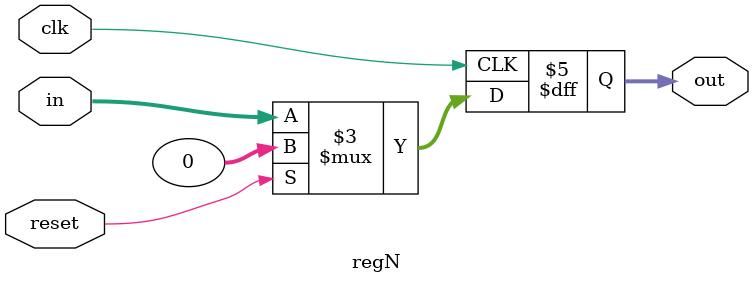
<source format=v>
module regN #(
    parameter N = 32
) (
    clk,
    reset,
    in,
    out
);
    input clk, reset;
    output reg [N-1:0] out;
    input [N-1:0] in;
    always @(posedge clk) begin
        if (reset) out <= 'b0;
        else out <= in;
    end
endmodule
</source>
